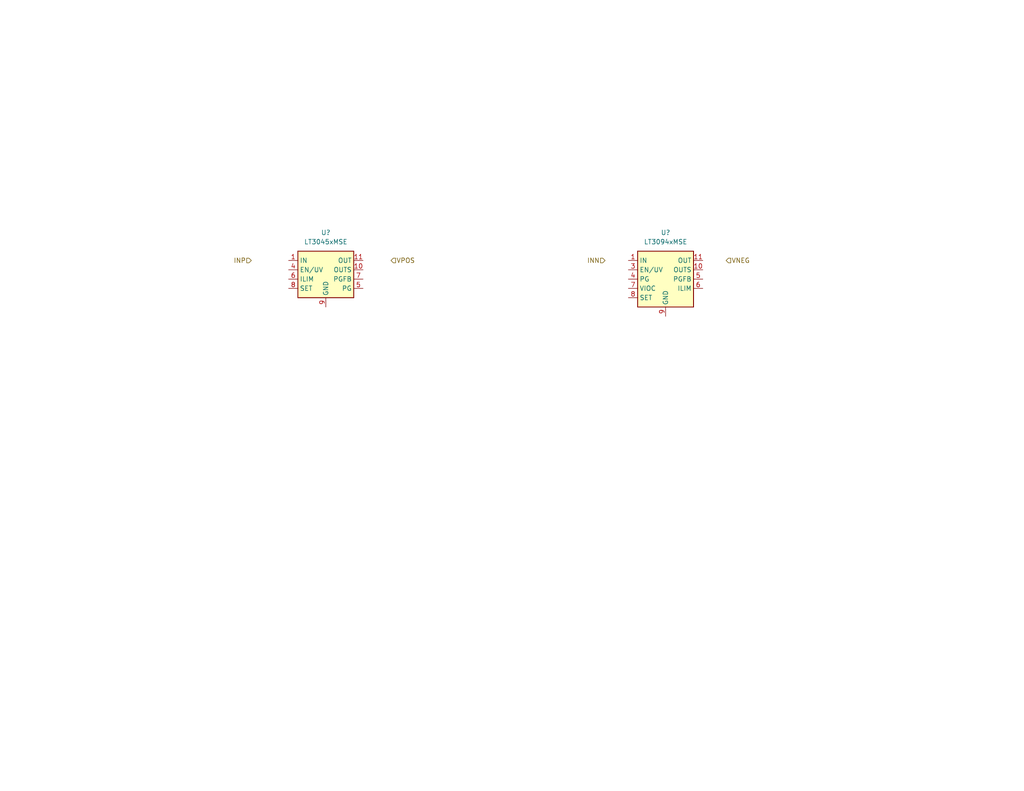
<source format=kicad_sch>
(kicad_sch (version 20250114) (generator "eeschema") (generator_version "9.0")
  (paper "A")
  (title_block (title "Dual Rail Linear Regulators") (date "2026-02-25") (rev "A") (company "Jacob Wigent"))
  (lib_symbols
    (symbol "Regulator_Linear:LT3045xMSE"
      (property "Reference" "U" (at -6.35 6.35 0))
      (property "Value" "LT3045xMSE" (at 1.27 6.35 0))
      (symbol "LT3045xMSE_0_1"
        (rectangle (start -7.62 5.08) (end 7.62 -7.62) (stroke (width 0.254)) (fill (type background)))
      )
      (symbol "LT3045xMSE_1_1"
        (pin power_in line (at -10.16 2.54 0) (length 2.54) (name "IN") (number "1"))
        (pin passive line (at -10.16 2.54 0) (length 2.54) (hide yes) (name "IN") (number "2"))
        (pin passive line (at -10.16 2.54 0) (length 2.54) (hide yes) (name "IN") (number "3"))
        (pin input line (at -10.16 0 0) (length 2.54) (name "EN/UV") (number "4"))
        (pin passive line (at -10.16 -2.54 0) (length 2.54) (name "ILIM") (number "6"))
        (pin passive line (at -10.16 -5.08 0) (length 2.54) (name "SET") (number "8"))
        (pin passive line (at 0 -10.16 90) (length 2.54) (hide yes) (name "GND") (number "13"))
        (pin power_in line (at 0 -10.16 90) (length 2.54) (name "GND") (number "9"))
        (pin power_out line (at 10.16 2.54 180) (length 2.54) (name "OUT") (number "11"))
        (pin passive line (at 10.16 2.54 180) (length 2.54) (hide yes) (name "OUT") (number "12"))
        (pin input line (at 10.16 0 180) (length 2.54) (name "OUTS") (number "10"))
        (pin input line (at 10.16 -2.54 180) (length 2.54) (name "PGFB") (number "7"))
        (pin open_collector line (at 10.16 -5.08 180) (length 2.54) (name "PG") (number "5"))
      )
    )
    (symbol "Regulator_Linear:LT3094xMSE"
      (property "Reference" "U" (at -6.35 8.89 0))
      (property "Value" "LT3094xMSE" (at 1.27 8.89 0))
      (symbol "LT3094xMSE_0_0"
        (pin passive line (at -10.16 5.08 0) (length 2.54) (hide yes) (name "IN") (number "13"))
        (pin passive line (at 10.16 5.08 180) (length 2.54) (hide yes) (name "OUT") (number "12"))
      )
      (symbol "LT3094xMSE_0_1"
        (rectangle (start 7.62 7.62) (end -7.62 -7.62) (stroke (width 0.254)) (fill (type background)))
      )
      (symbol "LT3094xMSE_1_1"
        (pin power_in line (at -10.16 5.08 0) (length 2.54) (name "IN") (number "1"))
        (pin passive line (at -10.16 5.08 0) (length 2.54) (hide yes) (name "IN") (number "2"))
        (pin input line (at -10.16 2.54 0) (length 2.54) (name "EN/UV") (number "3"))
        (pin open_collector line (at -10.16 0 0) (length 2.54) (name "PG") (number "4"))
        (pin passive line (at -10.16 -2.54 0) (length 2.54) (name "VIOC") (number "7"))
        (pin passive line (at -10.16 -5.08 0) (length 2.54) (name "SET") (number "8"))
        (pin power_in line (at 0 -10.16 90) (length 2.54) (name "GND") (number "9"))
        (pin power_out line (at 10.16 5.08 180) (length 2.54) (name "OUT") (number "11"))
        (pin input line (at 10.16 2.54 180) (length 2.54) (name "OUTS") (number "10"))
        (pin input line (at 10.16 0 180) (length 2.54) (name "PGFB") (number "5"))
        (pin passive line (at 10.16 -2.54 180) (length 2.54) (name "ILIM") (number "6"))
      )
    )
  )
  (hierarchical_label "VPOS" (shape input) (at 106.68 71.12 0))
  (hierarchical_label "VNEG" (shape input) (at 198.12 71.12 0))
  (hierarchical_label "INP" (shape input) (at 68.58 71.12 180))
  (hierarchical_label "INN" (shape input) (at 165.1 71.12 180))
  (symbol (lib_id "Regulator_Linear:LT3045xMSE") (at 88.9 73.66 0) (unit 1)
    (property "Reference" "U?" (at 88.9 63.5 0))
    (property "Value" "LT3045xMSE" (at 88.9 66.04 0))
    (property "Footprint" "Package_SO:MSOP-12-1EP_3x4.039mm_P0.65mm_EP1.651x2.845mm" (effects (hide yes)))
    (property "Datasheet" "https://www.analog.com/media/en/technical-documentation/data-sheets/3045fa.pdf" (effects (hide yes)))
    (property "Description" "500mA, Adjustable, Ultralow Noise, Ultrahigh PSRR Linear Regulator, MSOP-12" (effects (hide yes)))
  )
  (symbol (lib_id "Regulator_Linear:LT3094xMSE") (at 181.61 76.2 0) (unit 1)
    (property "Reference" "U?" (at 181.61 63.5 0))
    (property "Value" "LT3094xMSE" (at 181.61 66.04 0))
    (property "Footprint" "Package_SO:MSOP-12-1EP_3x4.039mm_P0.65mm_EP1.651x2.845mm" (effects (hide yes)))
    (property "Datasheet" "https://www.analog.com/media/en/technical-documentation/data-sheets/LT3094.pdf" (effects (hide yes)))
    (property "Description" "-500mA, Adjustable, Ultralow Noise, Ultrahigh PSRR RF Negative Linear Regulator, MSOP-12" (effects (hide yes)))
  )
)
</source>
